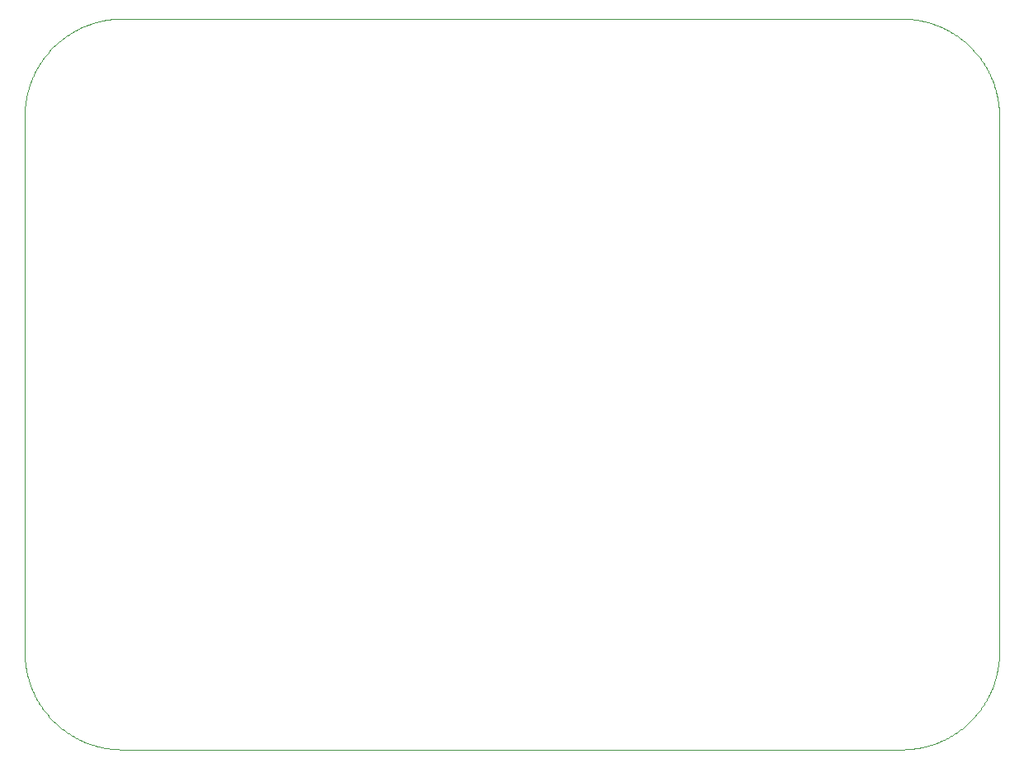
<source format=gbr>
%TF.GenerationSoftware,Flux,Pcbnew,7.0.11-7.0.11~ubuntu20.04.1*%
%TF.CreationDate,2024-08-18T17:29:45+00:00*%
%TF.ProjectId,input,696e7075-742e-46b6-9963-61645f706362,rev?*%
%TF.SameCoordinates,Original*%
%TF.FileFunction,Profile,NP*%
%FSLAX46Y46*%
G04 Gerber Fmt 4.6, Leading zero omitted, Abs format (unit mm)*
G04 Filename: promicromacro*
G04 Build it with Flux! Visit our site at: https://www.flux.ai (PCBNEW 7.0.11-7.0.11~ubuntu20.04.1) date 2024-08-18 17:29:45*
%MOMM*%
%LPD*%
G01*
G04 APERTURE LIST*
%TA.AperFunction,Profile*%
%ADD10C,0.050000*%
%TD*%
G04 APERTURE END LIST*
D10*
X-40000000Y-37500000D02*
X-40122715Y-37499247D01*
X-40122715Y-37499247D02*
X-40245412Y-37496988D01*
X-40245412Y-37496988D02*
X-40368072Y-37493224D01*
X-40368072Y-37493224D02*
X-40490677Y-37487955D01*
X-40490677Y-37487955D02*
X-40613207Y-37481181D01*
X-40613207Y-37481181D02*
X-40735646Y-37472905D01*
X-40735646Y-37472905D02*
X-40857973Y-37463126D01*
X-40857973Y-37463126D02*
X-40980171Y-37451847D01*
X-40980171Y-37451847D02*
X-41102222Y-37439070D01*
X-41102222Y-37439070D02*
X-41224107Y-37424795D01*
X-41224107Y-37424795D02*
X-41345807Y-37409026D01*
X-41345807Y-37409026D02*
X-41467305Y-37391765D01*
X-41467305Y-37391765D02*
X-41588581Y-37373014D01*
X-41588581Y-37373014D02*
X-41709619Y-37352776D01*
X-41709619Y-37352776D02*
X-41830399Y-37331055D01*
X-41830399Y-37331055D02*
X-41950903Y-37307853D01*
X-41950903Y-37307853D02*
X-42071114Y-37283174D01*
X-42071114Y-37283174D02*
X-42191012Y-37257021D01*
X-42191012Y-37257021D02*
X-42310581Y-37229400D01*
X-42310581Y-37229400D02*
X-42429802Y-37200313D01*
X-42429802Y-37200313D02*
X-42548657Y-37169765D01*
X-42548657Y-37169765D02*
X-42667128Y-37137761D01*
X-42667128Y-37137761D02*
X-42785197Y-37104305D01*
X-42785197Y-37104305D02*
X-42902847Y-37069403D01*
X-42902847Y-37069403D02*
X-43020059Y-37033060D01*
X-43020059Y-37033060D02*
X-43136817Y-36995282D01*
X-43136817Y-36995282D02*
X-43253103Y-36956073D01*
X-43253103Y-36956073D02*
X-43368899Y-36915441D01*
X-43368899Y-36915441D02*
X-43484187Y-36873390D01*
X-43484187Y-36873390D02*
X-43598950Y-36829928D01*
X-43598950Y-36829928D02*
X-43713172Y-36785061D01*
X-43713172Y-36785061D02*
X-43826834Y-36738795D01*
X-43826834Y-36738795D02*
X-43939920Y-36691139D01*
X-43939920Y-36691139D02*
X-44052413Y-36642098D01*
X-44052413Y-36642098D02*
X-44164296Y-36591680D01*
X-44164296Y-36591680D02*
X-44275551Y-36539893D01*
X-44275551Y-36539893D02*
X-44386162Y-36486745D01*
X-44386162Y-36486745D02*
X-44496113Y-36432243D01*
X-44496113Y-36432243D02*
X-44605387Y-36376396D01*
X-44605387Y-36376396D02*
X-44713967Y-36319213D01*
X-44713967Y-36319213D02*
X-44821838Y-36260701D01*
X-44821838Y-36260701D02*
X-44928982Y-36200870D01*
X-44928982Y-36200870D02*
X-45035384Y-36139729D01*
X-45035384Y-36139729D02*
X-45141027Y-36077286D01*
X-45141027Y-36077286D02*
X-45245897Y-36013552D01*
X-45245897Y-36013552D02*
X-45349976Y-35948536D01*
X-45349976Y-35948536D02*
X-45453250Y-35882247D01*
X-45453250Y-35882247D02*
X-45555702Y-35814696D01*
X-45555702Y-35814696D02*
X-45657318Y-35745893D01*
X-45657318Y-35745893D02*
X-45758082Y-35675848D01*
X-45758082Y-35675848D02*
X-45857979Y-35604572D01*
X-45857979Y-35604572D02*
X-45956993Y-35532075D01*
X-45956993Y-35532075D02*
X-46055110Y-35458369D01*
X-46055110Y-35458369D02*
X-46152316Y-35383464D01*
X-46152316Y-35383464D02*
X-46248595Y-35307372D01*
X-46248595Y-35307372D02*
X-46343933Y-35230105D01*
X-46343933Y-35230105D02*
X-46438315Y-35151673D01*
X-46438315Y-35151673D02*
X-46531728Y-35072088D01*
X-46531728Y-35072088D02*
X-46624158Y-34991364D01*
X-46624158Y-34991364D02*
X-46715590Y-34909511D01*
X-46715590Y-34909511D02*
X-46806010Y-34826543D01*
X-46806010Y-34826543D02*
X-46895405Y-34742471D01*
X-46895405Y-34742471D02*
X-46983762Y-34657308D01*
X-46983762Y-34657308D02*
X-47071068Y-34571068D01*
X-47071068Y-34571068D02*
X-47157308Y-34483762D01*
X-47157308Y-34483762D02*
X-47242471Y-34395405D01*
X-47242471Y-34395405D02*
X-47326543Y-34306010D01*
X-47326543Y-34306010D02*
X-47409511Y-34215590D01*
X-47409511Y-34215590D02*
X-47491364Y-34124158D01*
X-47491364Y-34124158D02*
X-47572088Y-34031728D01*
X-47572088Y-34031728D02*
X-47651673Y-33938315D01*
X-47651673Y-33938315D02*
X-47730105Y-33843933D01*
X-47730105Y-33843933D02*
X-47807372Y-33748595D01*
X-47807372Y-33748595D02*
X-47883464Y-33652316D01*
X-47883464Y-33652316D02*
X-47958369Y-33555110D01*
X-47958369Y-33555110D02*
X-48032075Y-33456993D01*
X-48032075Y-33456993D02*
X-48104572Y-33357979D01*
X-48104572Y-33357979D02*
X-48175848Y-33258082D01*
X-48175848Y-33258082D02*
X-48245893Y-33157318D01*
X-48245893Y-33157318D02*
X-48314696Y-33055702D01*
X-48314696Y-33055702D02*
X-48382247Y-32953250D01*
X-48382247Y-32953250D02*
X-48448536Y-32849976D01*
X-48448536Y-32849976D02*
X-48513552Y-32745897D01*
X-48513552Y-32745897D02*
X-48577286Y-32641027D01*
X-48577286Y-32641027D02*
X-48639729Y-32535384D01*
X-48639729Y-32535384D02*
X-48700870Y-32428982D01*
X-48700870Y-32428982D02*
X-48760701Y-32321838D01*
X-48760701Y-32321838D02*
X-48819213Y-32213967D01*
X-48819213Y-32213967D02*
X-48876396Y-32105387D01*
X-48876396Y-32105387D02*
X-48932243Y-31996113D01*
X-48932243Y-31996113D02*
X-48986745Y-31886162D01*
X-48986745Y-31886162D02*
X-49039893Y-31775551D01*
X-49039893Y-31775551D02*
X-49091680Y-31664296D01*
X-49091680Y-31664296D02*
X-49142098Y-31552413D01*
X-49142098Y-31552413D02*
X-49191139Y-31439920D01*
X-49191139Y-31439920D02*
X-49238795Y-31326834D01*
X-49238795Y-31326834D02*
X-49285061Y-31213172D01*
X-49285061Y-31213172D02*
X-49329928Y-31098950D01*
X-49329928Y-31098950D02*
X-49373390Y-30984187D01*
X-49373390Y-30984187D02*
X-49415441Y-30868899D01*
X-49415441Y-30868899D02*
X-49456073Y-30753103D01*
X-49456073Y-30753103D02*
X-49495282Y-30636817D01*
X-49495282Y-30636817D02*
X-49533060Y-30520059D01*
X-49533060Y-30520059D02*
X-49569403Y-30402847D01*
X-49569403Y-30402847D02*
X-49604305Y-30285197D01*
X-49604305Y-30285197D02*
X-49637761Y-30167128D01*
X-49637761Y-30167128D02*
X-49669765Y-30048657D01*
X-49669765Y-30048657D02*
X-49700313Y-29929802D01*
X-49700313Y-29929802D02*
X-49729400Y-29810581D01*
X-49729400Y-29810581D02*
X-49757021Y-29691012D01*
X-49757021Y-29691012D02*
X-49783174Y-29571114D01*
X-49783174Y-29571114D02*
X-49807853Y-29450903D01*
X-49807853Y-29450903D02*
X-49831055Y-29330399D01*
X-49831055Y-29330399D02*
X-49852776Y-29209619D01*
X-49852776Y-29209619D02*
X-49873014Y-29088581D01*
X-49873014Y-29088581D02*
X-49891765Y-28967305D01*
X-49891765Y-28967305D02*
X-49909026Y-28845807D01*
X-49909026Y-28845807D02*
X-49924795Y-28724107D01*
X-49924795Y-28724107D02*
X-49939070Y-28602222D01*
X-49939070Y-28602222D02*
X-49951847Y-28480171D01*
X-49951847Y-28480171D02*
X-49963126Y-28357973D01*
X-49963126Y-28357973D02*
X-49972905Y-28235646D01*
X-49972905Y-28235646D02*
X-49981181Y-28113207D01*
X-49981181Y-28113207D02*
X-49987955Y-27990677D01*
X-49987955Y-27990677D02*
X-49993224Y-27868072D01*
X-49993224Y-27868072D02*
X-49996988Y-27745412D01*
X-49996988Y-27745412D02*
X-49999247Y-27622715D01*
X-49999247Y-27622715D02*
X-50000000Y-27500000D01*
X-50000000Y-27500000D02*
X-50000000Y27500000D01*
X-50000000Y27500000D02*
X-49999247Y27622715D01*
X-49999247Y27622715D02*
X-49996988Y27745412D01*
X-49996988Y27745412D02*
X-49993224Y27868072D01*
X-49993224Y27868072D02*
X-49987955Y27990677D01*
X-49987955Y27990677D02*
X-49981181Y28113207D01*
X-49981181Y28113207D02*
X-49972905Y28235646D01*
X-49972905Y28235646D02*
X-49963126Y28357973D01*
X-49963126Y28357973D02*
X-49951847Y28480171D01*
X-49951847Y28480171D02*
X-49939070Y28602222D01*
X-49939070Y28602222D02*
X-49924795Y28724107D01*
X-49924795Y28724107D02*
X-49909026Y28845807D01*
X-49909026Y28845807D02*
X-49891765Y28967305D01*
X-49891765Y28967305D02*
X-49873014Y29088581D01*
X-49873014Y29088581D02*
X-49852776Y29209619D01*
X-49852776Y29209619D02*
X-49831055Y29330399D01*
X-49831055Y29330399D02*
X-49807853Y29450903D01*
X-49807853Y29450903D02*
X-49783174Y29571114D01*
X-49783174Y29571114D02*
X-49757021Y29691012D01*
X-49757021Y29691012D02*
X-49729400Y29810581D01*
X-49729400Y29810581D02*
X-49700313Y29929802D01*
X-49700313Y29929802D02*
X-49669765Y30048657D01*
X-49669765Y30048657D02*
X-49637761Y30167128D01*
X-49637761Y30167128D02*
X-49604305Y30285197D01*
X-49604305Y30285197D02*
X-49569403Y30402847D01*
X-49569403Y30402847D02*
X-49533060Y30520059D01*
X-49533060Y30520059D02*
X-49495282Y30636817D01*
X-49495282Y30636817D02*
X-49456073Y30753103D01*
X-49456073Y30753103D02*
X-49415441Y30868899D01*
X-49415441Y30868899D02*
X-49373390Y30984187D01*
X-49373390Y30984187D02*
X-49329928Y31098950D01*
X-49329928Y31098950D02*
X-49285061Y31213172D01*
X-49285061Y31213172D02*
X-49238795Y31326834D01*
X-49238795Y31326834D02*
X-49191139Y31439920D01*
X-49191139Y31439920D02*
X-49142098Y31552413D01*
X-49142098Y31552413D02*
X-49091680Y31664296D01*
X-49091680Y31664296D02*
X-49039893Y31775551D01*
X-49039893Y31775551D02*
X-48986745Y31886162D01*
X-48986745Y31886162D02*
X-48932243Y31996113D01*
X-48932243Y31996113D02*
X-48876396Y32105387D01*
X-48876396Y32105387D02*
X-48819213Y32213967D01*
X-48819213Y32213967D02*
X-48760701Y32321838D01*
X-48760701Y32321838D02*
X-48700870Y32428982D01*
X-48700870Y32428982D02*
X-48639729Y32535384D01*
X-48639729Y32535384D02*
X-48577286Y32641027D01*
X-48577286Y32641027D02*
X-48513552Y32745897D01*
X-48513552Y32745897D02*
X-48448536Y32849976D01*
X-48448536Y32849976D02*
X-48382247Y32953250D01*
X-48382247Y32953250D02*
X-48314696Y33055702D01*
X-48314696Y33055702D02*
X-48245893Y33157318D01*
X-48245893Y33157318D02*
X-48175848Y33258082D01*
X-48175848Y33258082D02*
X-48104572Y33357979D01*
X-48104572Y33357979D02*
X-48032075Y33456993D01*
X-48032075Y33456993D02*
X-47958369Y33555110D01*
X-47958369Y33555110D02*
X-47883464Y33652316D01*
X-47883464Y33652316D02*
X-47807372Y33748595D01*
X-47807372Y33748595D02*
X-47730105Y33843933D01*
X-47730105Y33843933D02*
X-47651673Y33938315D01*
X-47651673Y33938315D02*
X-47572088Y34031728D01*
X-47572088Y34031728D02*
X-47491364Y34124158D01*
X-47491364Y34124158D02*
X-47409511Y34215590D01*
X-47409511Y34215590D02*
X-47326543Y34306010D01*
X-47326543Y34306010D02*
X-47242471Y34395405D01*
X-47242471Y34395405D02*
X-47157308Y34483762D01*
X-47157308Y34483762D02*
X-47071068Y34571068D01*
X-47071068Y34571068D02*
X-46983762Y34657308D01*
X-46983762Y34657308D02*
X-46895405Y34742471D01*
X-46895405Y34742471D02*
X-46806010Y34826543D01*
X-46806010Y34826543D02*
X-46715590Y34909511D01*
X-46715590Y34909511D02*
X-46624158Y34991364D01*
X-46624158Y34991364D02*
X-46531728Y35072088D01*
X-46531728Y35072088D02*
X-46438315Y35151673D01*
X-46438315Y35151673D02*
X-46343933Y35230105D01*
X-46343933Y35230105D02*
X-46248595Y35307372D01*
X-46248595Y35307372D02*
X-46152316Y35383464D01*
X-46152316Y35383464D02*
X-46055110Y35458369D01*
X-46055110Y35458369D02*
X-45956993Y35532075D01*
X-45956993Y35532075D02*
X-45857979Y35604572D01*
X-45857979Y35604572D02*
X-45758082Y35675848D01*
X-45758082Y35675848D02*
X-45657318Y35745893D01*
X-45657318Y35745893D02*
X-45555702Y35814696D01*
X-45555702Y35814696D02*
X-45453250Y35882247D01*
X-45453250Y35882247D02*
X-45349976Y35948536D01*
X-45349976Y35948536D02*
X-45245897Y36013552D01*
X-45245897Y36013552D02*
X-45141027Y36077286D01*
X-45141027Y36077286D02*
X-45035384Y36139729D01*
X-45035384Y36139729D02*
X-44928982Y36200870D01*
X-44928982Y36200870D02*
X-44821838Y36260701D01*
X-44821838Y36260701D02*
X-44713967Y36319213D01*
X-44713967Y36319213D02*
X-44605387Y36376396D01*
X-44605387Y36376396D02*
X-44496113Y36432243D01*
X-44496113Y36432243D02*
X-44386162Y36486745D01*
X-44386162Y36486745D02*
X-44275551Y36539893D01*
X-44275551Y36539893D02*
X-44164296Y36591680D01*
X-44164296Y36591680D02*
X-44052413Y36642098D01*
X-44052413Y36642098D02*
X-43939920Y36691139D01*
X-43939920Y36691139D02*
X-43826834Y36738795D01*
X-43826834Y36738795D02*
X-43713172Y36785061D01*
X-43713172Y36785061D02*
X-43598950Y36829928D01*
X-43598950Y36829928D02*
X-43484187Y36873390D01*
X-43484187Y36873390D02*
X-43368899Y36915441D01*
X-43368899Y36915441D02*
X-43253103Y36956073D01*
X-43253103Y36956073D02*
X-43136817Y36995282D01*
X-43136817Y36995282D02*
X-43020059Y37033060D01*
X-43020059Y37033060D02*
X-42902847Y37069403D01*
X-42902847Y37069403D02*
X-42785197Y37104305D01*
X-42785197Y37104305D02*
X-42667128Y37137761D01*
X-42667128Y37137761D02*
X-42548657Y37169765D01*
X-42548657Y37169765D02*
X-42429802Y37200313D01*
X-42429802Y37200313D02*
X-42310581Y37229400D01*
X-42310581Y37229400D02*
X-42191012Y37257021D01*
X-42191012Y37257021D02*
X-42071114Y37283174D01*
X-42071114Y37283174D02*
X-41950903Y37307853D01*
X-41950903Y37307853D02*
X-41830399Y37331055D01*
X-41830399Y37331055D02*
X-41709619Y37352776D01*
X-41709619Y37352776D02*
X-41588581Y37373014D01*
X-41588581Y37373014D02*
X-41467305Y37391765D01*
X-41467305Y37391765D02*
X-41345807Y37409026D01*
X-41345807Y37409026D02*
X-41224107Y37424795D01*
X-41224107Y37424795D02*
X-41102222Y37439070D01*
X-41102222Y37439070D02*
X-40980171Y37451847D01*
X-40980171Y37451847D02*
X-40857973Y37463126D01*
X-40857973Y37463126D02*
X-40735646Y37472905D01*
X-40735646Y37472905D02*
X-40613207Y37481181D01*
X-40613207Y37481181D02*
X-40490677Y37487955D01*
X-40490677Y37487955D02*
X-40368072Y37493224D01*
X-40368072Y37493224D02*
X-40245412Y37496988D01*
X-40245412Y37496988D02*
X-40122715Y37499247D01*
X-40122715Y37499247D02*
X-40000000Y37500000D01*
X-40000000Y37500000D02*
X40000000Y37500000D01*
X40000000Y37500000D02*
X40122715Y37499247D01*
X40122715Y37499247D02*
X40245412Y37496988D01*
X40245412Y37496988D02*
X40368072Y37493224D01*
X40368072Y37493224D02*
X40490677Y37487955D01*
X40490677Y37487955D02*
X40613207Y37481181D01*
X40613207Y37481181D02*
X40735646Y37472905D01*
X40735646Y37472905D02*
X40857973Y37463126D01*
X40857973Y37463126D02*
X40980171Y37451847D01*
X40980171Y37451847D02*
X41102222Y37439070D01*
X41102222Y37439070D02*
X41224107Y37424795D01*
X41224107Y37424795D02*
X41345807Y37409026D01*
X41345807Y37409026D02*
X41467305Y37391765D01*
X41467305Y37391765D02*
X41588581Y37373014D01*
X41588581Y37373014D02*
X41709619Y37352776D01*
X41709619Y37352776D02*
X41830399Y37331055D01*
X41830399Y37331055D02*
X41950903Y37307853D01*
X41950903Y37307853D02*
X42071114Y37283174D01*
X42071114Y37283174D02*
X42191012Y37257021D01*
X42191012Y37257021D02*
X42310581Y37229400D01*
X42310581Y37229400D02*
X42429802Y37200313D01*
X42429802Y37200313D02*
X42548657Y37169765D01*
X42548657Y37169765D02*
X42667128Y37137761D01*
X42667128Y37137761D02*
X42785197Y37104305D01*
X42785197Y37104305D02*
X42902847Y37069403D01*
X42902847Y37069403D02*
X43020059Y37033060D01*
X43020059Y37033060D02*
X43136817Y36995282D01*
X43136817Y36995282D02*
X43253103Y36956073D01*
X43253103Y36956073D02*
X43368899Y36915441D01*
X43368899Y36915441D02*
X43484187Y36873390D01*
X43484187Y36873390D02*
X43598950Y36829928D01*
X43598950Y36829928D02*
X43713172Y36785061D01*
X43713172Y36785061D02*
X43826834Y36738795D01*
X43826834Y36738795D02*
X43939920Y36691139D01*
X43939920Y36691139D02*
X44052413Y36642098D01*
X44052413Y36642098D02*
X44164296Y36591680D01*
X44164296Y36591680D02*
X44275551Y36539893D01*
X44275551Y36539893D02*
X44386162Y36486745D01*
X44386162Y36486745D02*
X44496113Y36432243D01*
X44496113Y36432243D02*
X44605387Y36376396D01*
X44605387Y36376396D02*
X44713967Y36319213D01*
X44713967Y36319213D02*
X44821838Y36260701D01*
X44821838Y36260701D02*
X44928982Y36200870D01*
X44928982Y36200870D02*
X45035384Y36139729D01*
X45035384Y36139729D02*
X45141027Y36077286D01*
X45141027Y36077286D02*
X45245897Y36013552D01*
X45245897Y36013552D02*
X45349976Y35948536D01*
X45349976Y35948536D02*
X45453250Y35882247D01*
X45453250Y35882247D02*
X45555702Y35814696D01*
X45555702Y35814696D02*
X45657318Y35745893D01*
X45657318Y35745893D02*
X45758082Y35675848D01*
X45758082Y35675848D02*
X45857979Y35604572D01*
X45857979Y35604572D02*
X45956993Y35532075D01*
X45956993Y35532075D02*
X46055110Y35458369D01*
X46055110Y35458369D02*
X46152316Y35383464D01*
X46152316Y35383464D02*
X46248595Y35307372D01*
X46248595Y35307372D02*
X46343933Y35230105D01*
X46343933Y35230105D02*
X46438315Y35151673D01*
X46438315Y35151673D02*
X46531728Y35072088D01*
X46531728Y35072088D02*
X46624158Y34991364D01*
X46624158Y34991364D02*
X46715590Y34909511D01*
X46715590Y34909511D02*
X46806010Y34826543D01*
X46806010Y34826543D02*
X46895405Y34742471D01*
X46895405Y34742471D02*
X46983762Y34657308D01*
X46983762Y34657308D02*
X47071068Y34571068D01*
X47071068Y34571068D02*
X47157308Y34483762D01*
X47157308Y34483762D02*
X47242471Y34395405D01*
X47242471Y34395405D02*
X47326543Y34306010D01*
X47326543Y34306010D02*
X47409511Y34215590D01*
X47409511Y34215590D02*
X47491364Y34124158D01*
X47491364Y34124158D02*
X47572088Y34031728D01*
X47572088Y34031728D02*
X47651673Y33938315D01*
X47651673Y33938315D02*
X47730105Y33843933D01*
X47730105Y33843933D02*
X47807372Y33748595D01*
X47807372Y33748595D02*
X47883464Y33652316D01*
X47883464Y33652316D02*
X47958369Y33555110D01*
X47958369Y33555110D02*
X48032075Y33456993D01*
X48032075Y33456993D02*
X48104572Y33357979D01*
X48104572Y33357979D02*
X48175848Y33258082D01*
X48175848Y33258082D02*
X48245893Y33157318D01*
X48245893Y33157318D02*
X48314696Y33055702D01*
X48314696Y33055702D02*
X48382247Y32953250D01*
X48382247Y32953250D02*
X48448536Y32849976D01*
X48448536Y32849976D02*
X48513552Y32745897D01*
X48513552Y32745897D02*
X48577286Y32641027D01*
X48577286Y32641027D02*
X48639729Y32535384D01*
X48639729Y32535384D02*
X48700870Y32428982D01*
X48700870Y32428982D02*
X48760701Y32321838D01*
X48760701Y32321838D02*
X48819213Y32213967D01*
X48819213Y32213967D02*
X48876396Y32105387D01*
X48876396Y32105387D02*
X48932243Y31996113D01*
X48932243Y31996113D02*
X48986745Y31886162D01*
X48986745Y31886162D02*
X49039893Y31775551D01*
X49039893Y31775551D02*
X49091680Y31664296D01*
X49091680Y31664296D02*
X49142098Y31552413D01*
X49142098Y31552413D02*
X49191139Y31439920D01*
X49191139Y31439920D02*
X49238795Y31326834D01*
X49238795Y31326834D02*
X49285061Y31213172D01*
X49285061Y31213172D02*
X49329928Y31098950D01*
X49329928Y31098950D02*
X49373390Y30984187D01*
X49373390Y30984187D02*
X49415441Y30868899D01*
X49415441Y30868899D02*
X49456073Y30753103D01*
X49456073Y30753103D02*
X49495282Y30636817D01*
X49495282Y30636817D02*
X49533060Y30520059D01*
X49533060Y30520059D02*
X49569403Y30402847D01*
X49569403Y30402847D02*
X49604305Y30285197D01*
X49604305Y30285197D02*
X49637761Y30167128D01*
X49637761Y30167128D02*
X49669765Y30048657D01*
X49669765Y30048657D02*
X49700313Y29929802D01*
X49700313Y29929802D02*
X49729400Y29810581D01*
X49729400Y29810581D02*
X49757021Y29691012D01*
X49757021Y29691012D02*
X49783174Y29571114D01*
X49783174Y29571114D02*
X49807853Y29450903D01*
X49807853Y29450903D02*
X49831055Y29330399D01*
X49831055Y29330399D02*
X49852776Y29209619D01*
X49852776Y29209619D02*
X49873014Y29088581D01*
X49873014Y29088581D02*
X49891765Y28967305D01*
X49891765Y28967305D02*
X49909026Y28845807D01*
X49909026Y28845807D02*
X49924795Y28724107D01*
X49924795Y28724107D02*
X49939070Y28602222D01*
X49939070Y28602222D02*
X49951847Y28480171D01*
X49951847Y28480171D02*
X49963126Y28357973D01*
X49963126Y28357973D02*
X49972905Y28235646D01*
X49972905Y28235646D02*
X49981181Y28113207D01*
X49981181Y28113207D02*
X49987955Y27990677D01*
X49987955Y27990677D02*
X49993224Y27868072D01*
X49993224Y27868072D02*
X49996988Y27745412D01*
X49996988Y27745412D02*
X49999247Y27622715D01*
X49999247Y27622715D02*
X50000000Y27500000D01*
X50000000Y27500000D02*
X50000000Y-27500000D01*
X50000000Y-27500000D02*
X49999247Y-27622715D01*
X49999247Y-27622715D02*
X49996988Y-27745412D01*
X49996988Y-27745412D02*
X49993224Y-27868072D01*
X49993224Y-27868072D02*
X49987955Y-27990677D01*
X49987955Y-27990677D02*
X49981181Y-28113207D01*
X49981181Y-28113207D02*
X49972905Y-28235646D01*
X49972905Y-28235646D02*
X49963126Y-28357973D01*
X49963126Y-28357973D02*
X49951847Y-28480171D01*
X49951847Y-28480171D02*
X49939070Y-28602222D01*
X49939070Y-28602222D02*
X49924795Y-28724107D01*
X49924795Y-28724107D02*
X49909026Y-28845807D01*
X49909026Y-28845807D02*
X49891765Y-28967305D01*
X49891765Y-28967305D02*
X49873014Y-29088581D01*
X49873014Y-29088581D02*
X49852776Y-29209619D01*
X49852776Y-29209619D02*
X49831055Y-29330399D01*
X49831055Y-29330399D02*
X49807853Y-29450903D01*
X49807853Y-29450903D02*
X49783174Y-29571114D01*
X49783174Y-29571114D02*
X49757021Y-29691012D01*
X49757021Y-29691012D02*
X49729400Y-29810581D01*
X49729400Y-29810581D02*
X49700313Y-29929802D01*
X49700313Y-29929802D02*
X49669765Y-30048657D01*
X49669765Y-30048657D02*
X49637761Y-30167128D01*
X49637761Y-30167128D02*
X49604305Y-30285197D01*
X49604305Y-30285197D02*
X49569403Y-30402847D01*
X49569403Y-30402847D02*
X49533060Y-30520059D01*
X49533060Y-30520059D02*
X49495282Y-30636817D01*
X49495282Y-30636817D02*
X49456073Y-30753103D01*
X49456073Y-30753103D02*
X49415441Y-30868899D01*
X49415441Y-30868899D02*
X49373390Y-30984187D01*
X49373390Y-30984187D02*
X49329928Y-31098950D01*
X49329928Y-31098950D02*
X49285061Y-31213172D01*
X49285061Y-31213172D02*
X49238795Y-31326834D01*
X49238795Y-31326834D02*
X49191139Y-31439920D01*
X49191139Y-31439920D02*
X49142098Y-31552413D01*
X49142098Y-31552413D02*
X49091680Y-31664296D01*
X49091680Y-31664296D02*
X49039893Y-31775551D01*
X49039893Y-31775551D02*
X48986745Y-31886162D01*
X48986745Y-31886162D02*
X48932243Y-31996113D01*
X48932243Y-31996113D02*
X48876396Y-32105387D01*
X48876396Y-32105387D02*
X48819213Y-32213967D01*
X48819213Y-32213967D02*
X48760701Y-32321838D01*
X48760701Y-32321838D02*
X48700870Y-32428982D01*
X48700870Y-32428982D02*
X48639729Y-32535384D01*
X48639729Y-32535384D02*
X48577286Y-32641027D01*
X48577286Y-32641027D02*
X48513552Y-32745897D01*
X48513552Y-32745897D02*
X48448536Y-32849976D01*
X48448536Y-32849976D02*
X48382247Y-32953250D01*
X48382247Y-32953250D02*
X48314696Y-33055702D01*
X48314696Y-33055702D02*
X48245893Y-33157318D01*
X48245893Y-33157318D02*
X48175848Y-33258082D01*
X48175848Y-33258082D02*
X48104572Y-33357979D01*
X48104572Y-33357979D02*
X48032075Y-33456993D01*
X48032075Y-33456993D02*
X47958369Y-33555110D01*
X47958369Y-33555110D02*
X47883464Y-33652316D01*
X47883464Y-33652316D02*
X47807372Y-33748595D01*
X47807372Y-33748595D02*
X47730105Y-33843933D01*
X47730105Y-33843933D02*
X47651673Y-33938315D01*
X47651673Y-33938315D02*
X47572088Y-34031728D01*
X47572088Y-34031728D02*
X47491364Y-34124158D01*
X47491364Y-34124158D02*
X47409511Y-34215590D01*
X47409511Y-34215590D02*
X47326543Y-34306010D01*
X47326543Y-34306010D02*
X47242471Y-34395405D01*
X47242471Y-34395405D02*
X47157308Y-34483762D01*
X47157308Y-34483762D02*
X47071068Y-34571068D01*
X47071068Y-34571068D02*
X46983762Y-34657308D01*
X46983762Y-34657308D02*
X46895405Y-34742471D01*
X46895405Y-34742471D02*
X46806010Y-34826543D01*
X46806010Y-34826543D02*
X46715590Y-34909511D01*
X46715590Y-34909511D02*
X46624158Y-34991364D01*
X46624158Y-34991364D02*
X46531728Y-35072088D01*
X46531728Y-35072088D02*
X46438315Y-35151673D01*
X46438315Y-35151673D02*
X46343933Y-35230105D01*
X46343933Y-35230105D02*
X46248595Y-35307372D01*
X46248595Y-35307372D02*
X46152316Y-35383464D01*
X46152316Y-35383464D02*
X46055110Y-35458369D01*
X46055110Y-35458369D02*
X45956993Y-35532075D01*
X45956993Y-35532075D02*
X45857979Y-35604572D01*
X45857979Y-35604572D02*
X45758082Y-35675848D01*
X45758082Y-35675848D02*
X45657318Y-35745893D01*
X45657318Y-35745893D02*
X45555702Y-35814696D01*
X45555702Y-35814696D02*
X45453250Y-35882247D01*
X45453250Y-35882247D02*
X45349976Y-35948536D01*
X45349976Y-35948536D02*
X45245897Y-36013552D01*
X45245897Y-36013552D02*
X45141027Y-36077286D01*
X45141027Y-36077286D02*
X45035384Y-36139729D01*
X45035384Y-36139729D02*
X44928982Y-36200870D01*
X44928982Y-36200870D02*
X44821838Y-36260701D01*
X44821838Y-36260701D02*
X44713967Y-36319213D01*
X44713967Y-36319213D02*
X44605387Y-36376396D01*
X44605387Y-36376396D02*
X44496113Y-36432243D01*
X44496113Y-36432243D02*
X44386162Y-36486745D01*
X44386162Y-36486745D02*
X44275551Y-36539893D01*
X44275551Y-36539893D02*
X44164296Y-36591680D01*
X44164296Y-36591680D02*
X44052413Y-36642098D01*
X44052413Y-36642098D02*
X43939920Y-36691139D01*
X43939920Y-36691139D02*
X43826834Y-36738795D01*
X43826834Y-36738795D02*
X43713172Y-36785061D01*
X43713172Y-36785061D02*
X43598950Y-36829928D01*
X43598950Y-36829928D02*
X43484187Y-36873390D01*
X43484187Y-36873390D02*
X43368899Y-36915441D01*
X43368899Y-36915441D02*
X43253103Y-36956073D01*
X43253103Y-36956073D02*
X43136817Y-36995282D01*
X43136817Y-36995282D02*
X43020059Y-37033060D01*
X43020059Y-37033060D02*
X42902847Y-37069403D01*
X42902847Y-37069403D02*
X42785197Y-37104305D01*
X42785197Y-37104305D02*
X42667128Y-37137761D01*
X42667128Y-37137761D02*
X42548657Y-37169765D01*
X42548657Y-37169765D02*
X42429802Y-37200313D01*
X42429802Y-37200313D02*
X42310581Y-37229400D01*
X42310581Y-37229400D02*
X42191012Y-37257021D01*
X42191012Y-37257021D02*
X42071114Y-37283174D01*
X42071114Y-37283174D02*
X41950903Y-37307853D01*
X41950903Y-37307853D02*
X41830399Y-37331055D01*
X41830399Y-37331055D02*
X41709619Y-37352776D01*
X41709619Y-37352776D02*
X41588581Y-37373014D01*
X41588581Y-37373014D02*
X41467305Y-37391765D01*
X41467305Y-37391765D02*
X41345807Y-37409026D01*
X41345807Y-37409026D02*
X41224107Y-37424795D01*
X41224107Y-37424795D02*
X41102222Y-37439070D01*
X41102222Y-37439070D02*
X40980171Y-37451847D01*
X40980171Y-37451847D02*
X40857973Y-37463126D01*
X40857973Y-37463126D02*
X40735646Y-37472905D01*
X40735646Y-37472905D02*
X40613207Y-37481181D01*
X40613207Y-37481181D02*
X40490677Y-37487955D01*
X40490677Y-37487955D02*
X40368072Y-37493224D01*
X40368072Y-37493224D02*
X40245412Y-37496988D01*
X40245412Y-37496988D02*
X40122715Y-37499247D01*
X40122715Y-37499247D02*
X40000000Y-37500000D01*
X40000000Y-37500000D02*
X-40000000Y-37500000D01*
M02*

</source>
